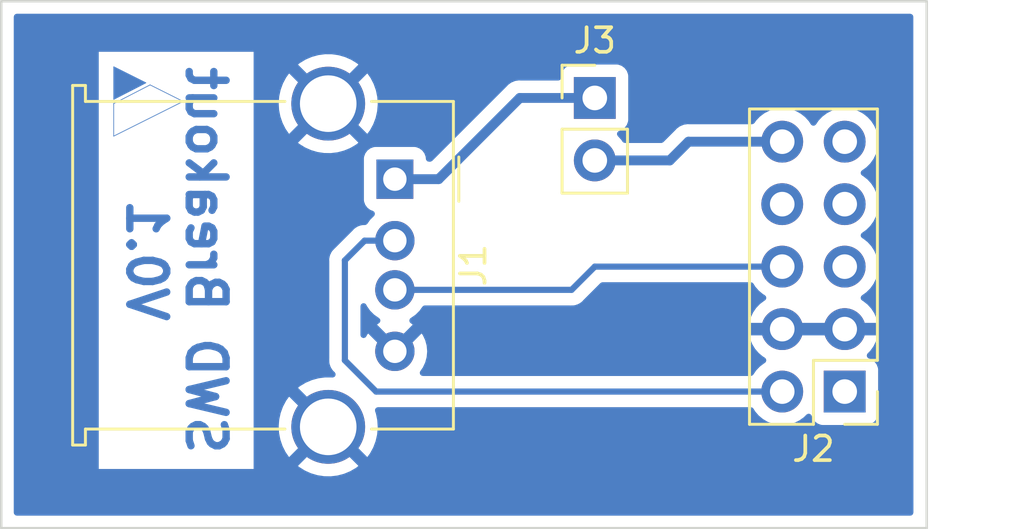
<source format=kicad_pcb>
(kicad_pcb (version 20211014) (generator pcbnew)
  (layers (0 "F.Cu" signal) (31 "B.Cu" signal) (34 "B.Paste" user) (35 "F.Paste" user) (36 "B.SilkS" user "B.Silkscreen") (37 "F.SilkS" user "F.Silkscreen") (38 "B.Mask" user) (39 "F.Mask" user) (44 "Edge.Cuts" user))
  (net 0 "")
  (net 4 "/GND")
  (net 5 "/Vbus")
  (net 6 "/SWCLK")
  (net 7 "/SWD")
  (net 10 "/VbusA")
  (footprint "Connector_PinHeader_2.54mm:PinHeader_2x05_P2.54mm_Vertical" (layer "F.Cu") (at 105.41 85.09 180)
    (fp_text reference "J2" (at 1.27 -2.33) (layer "F.SilkS"))
    (fp_text value "Conn_02x05_Odd_Even")
    (fp_line (start -1.33 1.27) (end -1.33 11.49) (layer "F.SilkS") (width 0.12))
    (fp_line (start 1.27 -1.33) (end 3.87 -1.33) (layer "F.SilkS") (width 0.12))
    (fp_line (start -1.33 1.27) (end 1.27 1.27) (layer "F.SilkS") (width 0.12))
    (fp_line (start 1.27 1.27) (end 1.27 -1.33) (layer "F.SilkS") (width 0.12))
    (fp_line (start -1.33 -1.33) (end 0 -1.33) (layer "F.SilkS") (width 0.12))
    (fp_line (start -1.33 0) (end -1.33 -1.33) (layer "F.SilkS") (width 0.12))
    (fp_line (start -1.33 11.49) (end 3.87 11.49) (layer "F.SilkS") (width 0.12))
    (fp_line (start 3.87 -1.33) (end 3.87 11.49) (layer "F.SilkS") (width 0.12))
    (pad "1" thru_hole rect (at 0 0 180) (size 1.7 1.7) (drill 1) (layers *.Cu *.Mask))
    (pad "2" thru_hole oval (at 2.54 0 180) (size 1.7 1.7) (drill 1) (layers *.Cu *.Mask) (net 7 "/SWD"))
    (pad "3" thru_hole oval (at 0 2.54 180) (size 1.7 1.7) (drill 1) (layers *.Cu *.Mask) (net 4 "/GND"))
    (pad "4" thru_hole oval (at 2.54 2.54 180) (size 1.7 1.7) (drill 1) (layers *.Cu *.Mask) (net 4 "/GND"))
    (pad "5" thru_hole oval (at 0 5.08 180) (size 1.7 1.7) (drill 1) (layers *.Cu *.Mask))
    (pad "6" thru_hole oval (at 2.54 5.08 180) (size 1.7 1.7) (drill 1) (layers *.Cu *.Mask) (net 6 "/SWCLK"))
    (pad "7" thru_hole oval (at 0 7.62 180) (size 1.7 1.7) (drill 1) (layers *.Cu *.Mask))
    (pad "8" thru_hole oval (at 2.54 7.62 180) (size 1.7 1.7) (drill 1) (layers *.Cu *.Mask))
    (pad "9" thru_hole oval (at 0 10.16 180) (size 1.7 1.7) (drill 1) (layers *.Cu *.Mask))
    (pad "10" thru_hole oval (at 2.54 10.16 180) (size 1.7 1.7) (drill 1) (layers *.Cu *.Mask) (net 10 "/VbusA"))
  )
  (footprint "Connector_USB:USB_A_Molex_67643_Horizontal" (layer "F.Cu") (at 87.122 76.454 -90)
    (fp_text reference "J1" (at 3.5 -3.19 90) (layer "F.SilkS"))
    (fp_text value "USB_A")
    (fp_line (start 10.81 13.1) (end 10.81 12.58) (layer "F.SilkS") (width 0.12))
    (fp_line (start 10.16 4.47) (end 10.16 12.58) (layer "F.SilkS") (width 0.12))
    (fp_line (start -3.16 -2.38) (end -3.16 0.95) (layer "F.SilkS") (width 0.12))
    (fp_line (start 10.81 12.58) (end 10.16 12.58) (layer "F.SilkS") (width 0.12))
    (fp_line (start -3.81 13.1) (end 10.81 13.1) (layer "F.SilkS") (width 0.12))
    (fp_line (start -3.16 12.58) (end -3.81 12.58) (layer "F.SilkS") (width 0.12))
    (fp_line (start -0.9 -2.6) (end 0.9 -2.6) (layer "F.SilkS") (width 0.12))
    (fp_line (start -3.16 12.58) (end -3.16 4.47) (layer "F.SilkS") (width 0.12))
    (fp_line (start -3.81 12.58) (end -3.81 13.1) (layer "F.SilkS") (width 0.12))
    (fp_line (start -3.16 -2.38) (end 10.16 -2.38) (layer "F.SilkS") (width 0.12))
    (fp_line (start 10.16 -2.38) (end 10.16 0.95) (layer "F.SilkS") (width 0.12))
    (pad "1" thru_hole rect (at 0 0 270) (size 1.6 1.5) (drill 0.95) (layers *.Cu *.Mask) (net 5 "/Vbus"))
    (pad "2" thru_hole circle (at 2.5 0 270) (size 1.6 1.6) (drill 0.95) (layers *.Cu *.Mask) (net 7 "/SWD"))
    (pad "3" thru_hole circle (at 4.5 0 270) (size 1.6 1.6) (drill 0.95) (layers *.Cu *.Mask) (net 6 "/SWCLK"))
    (pad "4" thru_hole circle (at 7 0 270) (size 1.6 1.6) (drill 0.95) (layers *.Cu *.Mask) (net 4 "/GND"))
    (pad "5" thru_hole circle (at -3.07 2.71 270) (size 3 3) (drill 2.3) (layers *.Cu *.Mask) (net 4 "/GND"))
    (pad "5" thru_hole circle (at 10.07 2.71 270) (size 3 3) (drill 2.3) (layers *.Cu *.Mask) (net 4 "/GND"))
  )
  (footprint "Connector_PinHeader_2.54mm:PinHeader_1x02_P2.54mm_Vertical" (layer "F.Cu") (at 95.25 73.152)
    (fp_text reference "J3" (at 0 -2.33) (layer "F.SilkS"))
    (fp_text value "Conn_01x02_Male")
    (fp_line (start -1.33 -1.33) (end 0 -1.33) (layer "F.SilkS") (width 0.12))
    (fp_line (start -1.33 1.27) (end -1.33 3.87) (layer "F.SilkS") (width 0.12))
    (fp_line (start 1.33 1.27) (end 1.33 3.87) (layer "F.SilkS") (width 0.12))
    (fp_line (start -1.33 3.87) (end 1.33 3.87) (layer "F.SilkS") (width 0.12))
    (fp_line (start -1.33 1.27) (end 1.33 1.27) (layer "F.SilkS") (width 0.12))
    (fp_line (start -1.33 0) (end -1.33 -1.33) (layer "F.SilkS") (width 0.12))
    (pad "1" thru_hole rect (at 0 0) (size 1.7 1.7) (drill 1) (layers *.Cu *.Mask) (net 5 "/Vbus"))
    (pad "2" thru_hole oval (at 0 2.54) (size 1.7 1.7) (drill 1) (layers *.Cu *.Mask) (net 10 "/VbusA"))
  )
  (gr_line (start 75.692 74.704222) (end 75.692 74.704222) (layer "B.Cu") (width 0.028222))
  (gr_line (start 75.692 74.704222) (end 75.692 73.382705) (layer "B.Cu") (width 0.028222))
  (gr_line (start 75.692 73.382705) (end 75.692 73.382705) (layer "B.Cu") (width 0.028222))
  (gr_line (start 77.170352 72.621176) (end 78.514222 73.293111) (layer "B.Cu") (width 0.028222))
  (gr_line (start 78.514222 73.293111) (end 75.692 74.704222) (layer "B.Cu") (width 0.028222))
  (gr_line (start 75.692 73.382705) (end 77.170352 72.621176) (layer "B.Cu") (width 0.028222))
  (gr_poly (pts (xy 77.002149 72.537074) (xy 75.692 73.211653) (xy 75.692 71.882) (xy 77.002149 72.537074)) (layer "B.Cu") (width 0.028222) (fill solid))
  (gr_rect (start 71.118856 69.220058) (end 108.744486 90.642392) (layer "Edge.Cuts") (width 0.1) (fill none))
  (gr_text "SWD Breakout\nV0.1" (at 78.232 79.756 270) (layer "B.Cu") (effects (font (size 1.5 1.5) (thickness 0.3)) (justify mirror)))
  (segment (start 87.122 76.454) (end 88.9 76.454) (width 0.4) (layer "B.Cu") (net 5))
  (segment (start 88.9 76.454) (end 92.202 73.152) (width 0.4) (layer "B.Cu") (net 5))
  (segment (start 92.202 73.152) (end 95.25 73.152) (width 0.4) (layer "B.Cu") (net 5))
  (segment (start 94.306 80.954) (end 95.25 80.01) (width 0.25) (layer "B.Cu") (net 6))
  (segment (start 87.122 80.954) (end 94.306 80.954) (width 0.25) (layer "B.Cu") (net 6))
  (segment (start 95.25 80.01) (end 102.87 80.01) (width 0.25) (layer "B.Cu") (net 6))
  (segment (start 87.122 78.954) (end 85.892 78.954) (width 0.25) (layer "B.Cu") (net 7))
  (segment (start 86.36 85.09) (end 102.87 85.09) (width 0.25) (layer "B.Cu") (net 7))
  (segment (start 85.892 78.954) (end 85.09 79.756) (width 0.25) (layer "B.Cu") (net 7))
  (segment (start 85.09 83.82) (end 86.36 85.09) (width 0.25) (layer "B.Cu") (net 7))
  (segment (start 85.09 79.756) (end 85.09 83.82) (width 0.25) (layer "B.Cu") (net 7))
  (segment (start 99.06 74.93) (end 102.87 74.93) (width 0.4) (layer "B.Cu") (net 10))
  (segment (start 95.25 75.692) (end 98.298 75.692) (width 0.4) (layer "B.Cu") (net 10))
  (segment (start 98.298 75.692) (end 99.06 74.93) (width 0.4) (layer "B.Cu") (net 10))
  (zone (net 4) (net_name "/GND") (layer "B.Cu") (connect_pads (clearance 0.508)) (min_thickness 0.254) (fill yes (thermal_gap 0.508) (thermal_bridge_width 0.508))
    (polygon (pts (xy 108.204 90.17) (xy 71.628 90.17) (xy 71.628 69.596) (xy 108.199924 69.66623)))
  )
)
</source>
